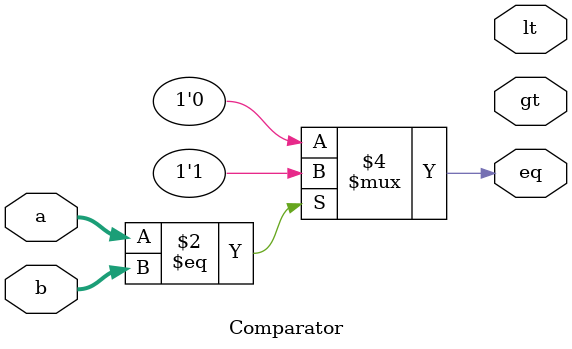
<source format=v>
`timescale 1ns / 1ps
`default_nettype none



module Comparator  #(parameter n=8) (
    input wire [n-1:0] a,
	input wire [n-1:0] b, 
    output reg eq, 
    output reg lt, 
    output reg gt   ); 
  
    
    always @ (a,b)
    begin      
       if (a == b)
       begin     
          eq = 1;
       end

       else
       begin     
          eq = 0;
       end  
    end 

endmodule

`default_nettype wire

</source>
